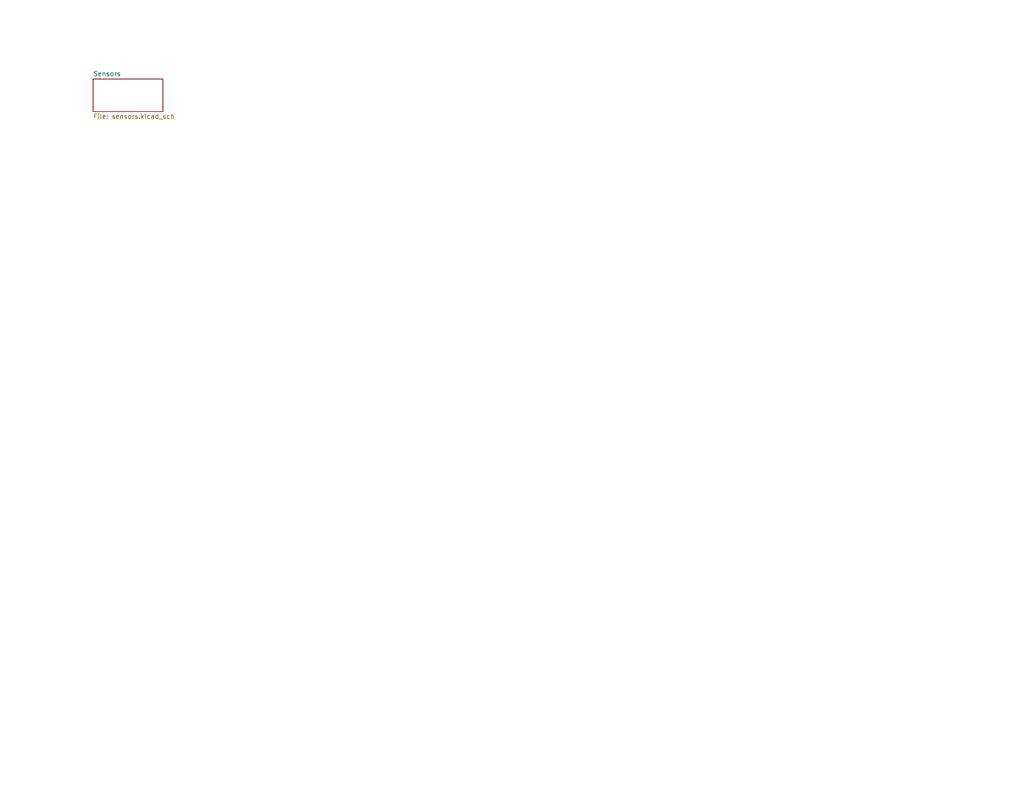
<source format=kicad_sch>
(kicad_sch (version 20211123) (generator eeschema)
  (paper "USLetter")
  (title_block (title "Sensor Board") (date "2022-03-01") (rev "0.1") (company "UCSB Experimental Cosmology Group"))
  (lib_symbols)
  (sheet (at 25.4 21.59) (size 19.05 8.89) (stroke (width 0.1524))
    (property "Sheet name" "Sensors" (at 25.4 20.8784 0) (effects (justify left bottom)))
    (property "Sheet file" "sensors.kicad_sch" (at 25.4 31.0646 0) (effects (justify left top)))
  )
)
</source>
